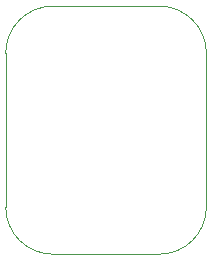
<source format=gbr>
%TF.GenerationSoftware,KiCad,Pcbnew,7.0.7*%
%TF.CreationDate,2023-09-06T19:49:04-05:00*%
%TF.ProjectId,prog1,70726f67-312e-46b6-9963-61645f706362,1.0*%
%TF.SameCoordinates,Original*%
%TF.FileFunction,Profile,NP*%
%FSLAX46Y46*%
G04 Gerber Fmt 4.6, Leading zero omitted, Abs format (unit mm)*
G04 Created by KiCad (PCBNEW 7.0.7) date 2023-09-06 19:49:04*
%MOMM*%
%LPD*%
G01*
G04 APERTURE LIST*
%TA.AperFunction,Profile*%
%ADD10C,0.100000*%
%TD*%
G04 APERTURE END LIST*
D10*
X113000000Y-89000000D02*
X104000000Y-89000000D01*
X100000000Y-106000000D02*
X100000000Y-93000000D01*
X113000000Y-110000000D02*
X104000000Y-110000000D01*
X117000000Y-93000000D02*
X117000000Y-106000000D01*
X117000000Y-93000000D02*
G75*
G03*
X113000000Y-89000000I-4000000J0D01*
G01*
X104000000Y-89000000D02*
G75*
G03*
X100000000Y-93000000I0J-4000000D01*
G01*
X100000000Y-106000000D02*
G75*
G03*
X104000000Y-110000000I4000000J0D01*
G01*
X113000000Y-110000000D02*
G75*
G03*
X117000000Y-106000000I0J4000000D01*
G01*
M02*

</source>
